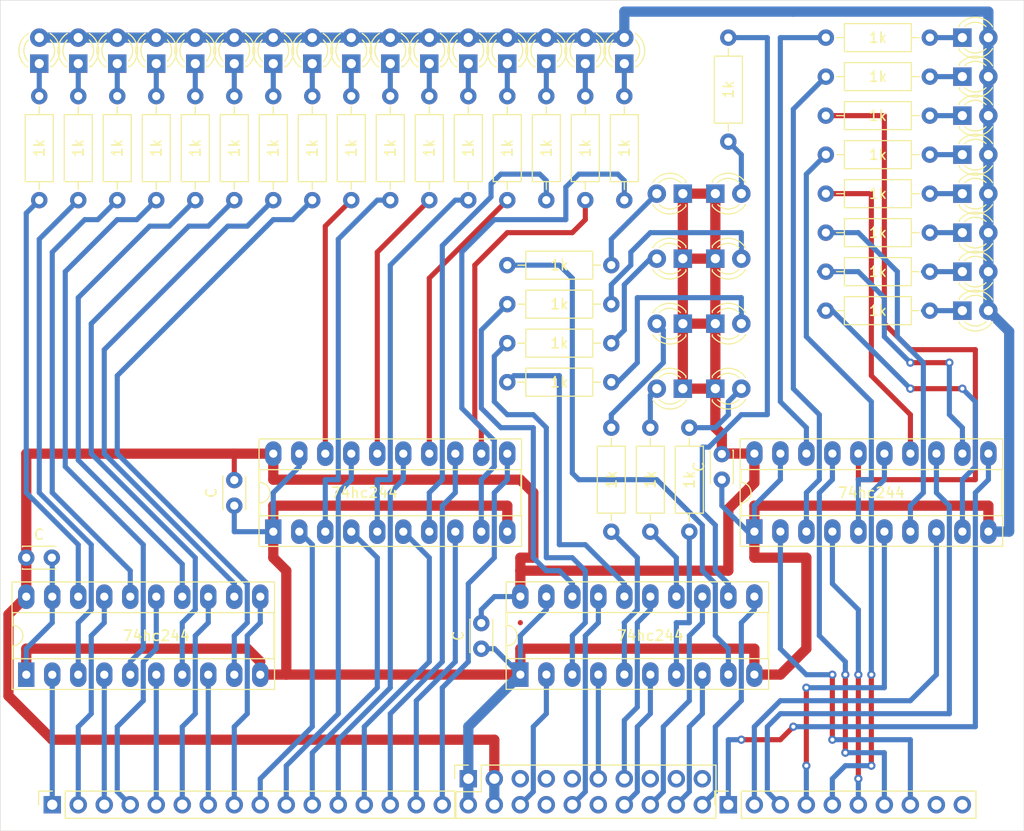
<source format=kicad_pcb>
(kicad_pcb (version 20211014) (generator pcbnew)
  (layers (0 "F.Cu" signal) (31 "B.Cu" signal) (34 "B.Paste" user) (35 "F.Paste" user) (36 "B.SilkS" user "B.Silkscreen") (37 "F.SilkS" user "F.Silkscreen") (38 "B.Mask" user) (39 "F.Mask" user) (44 "Edge.Cuts" user))
  (net 0 "")
  (footprint "LED_THT:LED_D3.0mm" (layer "F.Cu") (at 140.97 44.45 90)
    (fp_text reference "REF**" hide)
    (fp_text value "LED_D3.0mm" hide)
  )
  (footprint "LED_THT:LED_D3.0mm" (layer "F.Cu") (at 161.29 76.2)
    (fp_text reference "REF**" hide)
    (fp_text value "LED_D3.0mm" hide)
  )
  (footprint "LED_THT:LED_D3.0mm" (layer "F.Cu") (at 185.42 57.15)
    (fp_text reference "REF**" hide)
    (fp_text value "LED_D3.0mm" hide)
  )
  (footprint "Resistor_THT:R_Axial_DIN0207_L6.3mm_D2.5mm_P10.16mm_Horizontal" (layer "F.Cu") (at 114.3 47.625 -90)
    (fp_text reference "1k")
    (fp_text value "R_Axial_DIN0207_L6.3mm_D2.5mm_P10.16mm_Horizontal" hide)
  )
  (footprint "LED_THT:LED_D3.0mm" (layer "F.Cu") (at 102.87 44.45 90)
    (fp_text reference "REF**" hide)
    (fp_text value "LED_D3.0mm" hide)
  )
  (footprint "Resistor_THT:R_Axial_DIN0207_L6.3mm_D2.5mm_P10.16mm_Horizontal" (layer "F.Cu") (at 106.68 47.625 -90)
    (fp_text reference "1k")
    (fp_text value "R_Axial_DIN0207_L6.3mm_D2.5mm_P10.16mm_Horizontal" hide)
  )
  (footprint "Resistor_THT:R_Axial_DIN0207_L6.3mm_D2.5mm_P10.16mm_Horizontal" (layer "F.Cu") (at 172.085 49.53)
    (fp_text reference "1k")
    (fp_text value "R_Axial_DIN0207_L6.3mm_D2.5mm_P10.16mm_Horizontal" hide)
  )
  (footprint "LED_THT:LED_D3.0mm" (layer "F.Cu") (at 129.54 44.45 90)
    (fp_text reference "REF**" hide)
    (fp_text value "LED_D3.0mm" hide)
  )
  (footprint "LED_THT:LED_D3.0mm" (layer "F.Cu") (at 110.49 44.45 90)
    (fp_text reference "REF**" hide)
    (fp_text value "LED_D3.0mm" hide)
  )
  (footprint "Package_DIP:DIP-20_W7.62mm_Socket_LongPads" (layer "F.Cu") (at 165.105 90.16 90)
    (fp_text reference "74hc244")
    (fp_text value "DIP-20_W7.62mm_Socket_LongPads" hide)
  )
  (footprint "Capacitor_THT:C_Disc_D3.0mm_W2.0mm_P2.50mm" (layer "F.Cu") (at 138.43 101.6 90)
    (fp_text reference "C")
    (fp_text value "C_Disc_D3.0mm_W2.0mm_P2.50mm" hide)
  )
  (footprint "Resistor_THT:R_Axial_DIN0207_L6.3mm_D2.5mm_P10.16mm_Horizontal" (layer "F.Cu") (at 172.085 64.77)
    (fp_text reference "1k")
    (fp_text value "R_Axial_DIN0207_L6.3mm_D2.5mm_P10.16mm_Horizontal" hide)
  )
  (footprint "LED_THT:LED_D3.0mm" (layer "F.Cu") (at 185.42 41.91)
    (fp_text reference "REF**" hide)
    (fp_text value "LED_D3.0mm" hide)
  )
  (footprint "Resistor_THT:R_Axial_DIN0207_L6.3mm_D2.5mm_P10.16mm_Horizontal" (layer "F.Cu") (at 140.97 71.755)
    (fp_text reference "1k")
    (fp_text value "R_Axial_DIN0207_L6.3mm_D2.5mm_P10.16mm_Horizontal" hide)
  )
  (footprint "Resistor_THT:R_Axial_DIN0207_L6.3mm_D2.5mm_P10.16mm_Horizontal" (layer "F.Cu") (at 102.87 47.625 -90)
    (fp_text reference "1k")
    (fp_text value "R_Axial_DIN0207_L6.3mm_D2.5mm_P10.16mm_Horizontal" hide)
  )
  (footprint "LED_THT:LED_D3.0mm" (layer "F.Cu") (at 148.59 44.45 90)
    (fp_text reference "REF**" hide)
    (fp_text value "LED_D3.0mm" hide)
  )
  (footprint "LED_THT:LED_D3.0mm" (layer "F.Cu") (at 152.4 44.45 90)
    (fp_text reference "REF**" hide)
    (fp_text value "LED_D3.0mm" hide)
  )
  (footprint "LED_THT:LED_D3.0mm" (layer "F.Cu") (at 161.29 63.5)
    (fp_text reference "REF**" hide)
    (fp_text value "LED_D3.0mm" hide)
  )
  (footprint "Package_DIP:DIP-20_W7.62mm_Socket_LongPads" (layer "F.Cu") (at 93.98 104.14 90)
    (fp_text reference "74hc244")
    (fp_text value "DIP-20_W7.62mm_Socket_LongPads" hide)
  )
  (footprint "LED_THT:LED_D3.0mm" (layer "F.Cu") (at 118.11 44.45 90)
    (fp_text reference "REF**" hide)
    (fp_text value "LED_D3.0mm" hide)
  )
  (footprint "LED_THT:LED_D3.0mm" (layer "F.Cu") (at 99.06 44.45 90)
    (fp_text reference "REF**" hide)
    (fp_text value "LED_D3.0mm" hide)
  )
  (footprint "Connector_PinSocket_2.54mm:PinSocket_1x16_P2.54mm_Vertical" (layer "F.Cu") (at 96.52 116.84 90)
    (fp_text reference "REF**" hide)
    (fp_text value "PinSocket_1x16_P2.54mm_Vertical" hide)
  )
  (footprint "Package_DIP:DIP-20_W7.62mm_Socket_LongPads" (layer "F.Cu") (at 118.11 90.17 90)
    (fp_text reference "74hc244")
    (fp_text value "DIP-20_W7.62mm_Socket_LongPads" hide)
  )
  (footprint "Resistor_THT:R_Axial_DIN0207_L6.3mm_D2.5mm_P10.16mm_Horizontal" (layer "F.Cu") (at 140.97 75.565)
    (fp_text reference "1k")
    (fp_text value "R_Axial_DIN0207_L6.3mm_D2.5mm_P10.16mm_Horizontal" hide)
  )
  (footprint "Resistor_THT:R_Axial_DIN0207_L6.3mm_D2.5mm_P10.16mm_Horizontal" (layer "F.Cu") (at 172.085 60.96)
    (fp_text reference "1k")
    (fp_text value "R_Axial_DIN0207_L6.3mm_D2.5mm_P10.16mm_Horizontal" hide)
  )
  (footprint "Capacitor_THT:C_Disc_D3.0mm_W2.0mm_P2.50mm" (layer "F.Cu") (at 93.98 92.71)
    (fp_text reference "C")
    (fp_text value "C_Disc_D3.0mm_W2.0mm_P2.50mm" hide)
  )
  (footprint "Resistor_THT:R_Axial_DIN0207_L6.3mm_D2.5mm_P10.16mm_Horizontal" (layer "F.Cu") (at 110.49 47.625 -90)
    (fp_text reference "1k")
    (fp_text value "R_Axial_DIN0207_L6.3mm_D2.5mm_P10.16mm_Horizontal" hide)
  )
  (footprint "Resistor_THT:R_Axial_DIN0207_L6.3mm_D2.5mm_P10.16mm_Horizontal" (layer "F.Cu") (at 140.97 67.945)
    (fp_text reference "1k")
    (fp_text value "R_Axial_DIN0207_L6.3mm_D2.5mm_P10.16mm_Horizontal" hide)
  )
  (footprint "LED_THT:LED_D3.0mm" (layer "F.Cu") (at 185.42 60.96)
    (fp_text reference "REF**" hide)
    (fp_text value "LED_D3.0mm" hide)
  )
  (footprint "Resistor_THT:R_Axial_DIN0207_L6.3mm_D2.5mm_P10.16mm_Horizontal" (layer "F.Cu") (at 154.94 90.17 90)
    (fp_text reference "1k")
    (fp_text value "R_Axial_DIN0207_L6.3mm_D2.5mm_P10.16mm_Horizontal" hide)
  )
  (footprint "LED_THT:LED_D3.0mm" (layer "F.Cu") (at 133.35 44.45 90)
    (fp_text reference "REF**" hide)
    (fp_text value "LED_D3.0mm" hide)
  )
  (footprint "LED_THT:LED_D3.0mm" (layer "F.Cu") (at 185.42 49.53)
    (fp_text reference "REF**" hide)
    (fp_text value "LED_D3.0mm" hide)
  )
  (footprint "LED_THT:LED_D3.0mm" (layer "F.Cu") (at 185.42 64.77)
    (fp_text reference "REF**" hide)
    (fp_text value "LED_D3.0mm" hide)
  )
  (footprint "LED_THT:LED_D3.0mm" (layer "F.Cu") (at 185.42 45.72)
    (fp_text reference "REF**" hide)
    (fp_text value "LED_D3.0mm" hide)
  )
  (footprint "Resistor_THT:R_Axial_DIN0207_L6.3mm_D2.5mm_P10.16mm_Horizontal" (layer "F.Cu") (at 172.085 41.91)
    (fp_text reference "1k")
    (fp_text value "R_Axial_DIN0207_L6.3mm_D2.5mm_P10.16mm_Horizontal" hide)
  )
  (footprint "Resistor_THT:R_Axial_DIN0207_L6.3mm_D2.5mm_P10.16mm_Horizontal" (layer "F.Cu") (at 118.11 47.625 -90)
    (fp_text reference "1k")
    (fp_text value "R_Axial_DIN0207_L6.3mm_D2.5mm_P10.16mm_Horizontal" hide)
  )
  (footprint "Connector_PinSocket_2.54mm:PinSocket_2x10_P2.54mm_Vertical" (layer "F.Cu") (at 137.16 114.3 90)
    (fp_text reference "REF**" hide)
    (fp_text value "PinSocket_2x10_P2.54mm_Vertical" hide)
  )
  (footprint "LED_THT:LED_D3.0mm" (layer "F.Cu") (at 161.29 57.15)
    (fp_text reference "REF**" hide)
    (fp_text value "LED_D3.0mm" hide)
  )
  (footprint "LED_THT:LED_D3.0mm" (layer "F.Cu") (at 125.73 44.45 90)
    (fp_text reference "REF**" hide)
    (fp_text value "LED_D3.0mm" hide)
  )
  (footprint "Resistor_THT:R_Axial_DIN0207_L6.3mm_D2.5mm_P10.16mm_Horizontal" (layer "F.Cu") (at 125.73 47.625 -90)
    (fp_text reference "1k")
    (fp_text value "R_Axial_DIN0207_L6.3mm_D2.5mm_P10.16mm_Horizontal" hide)
  )
  (footprint "Resistor_THT:R_Axial_DIN0207_L6.3mm_D2.5mm_P10.16mm_Horizontal" (layer "F.Cu") (at 172.085 53.34)
    (fp_text reference "1k")
    (fp_text value "R_Axial_DIN0207_L6.3mm_D2.5mm_P10.16mm_Horizontal" hide)
  )
  (footprint "Resistor_THT:R_Axial_DIN0207_L6.3mm_D2.5mm_P10.16mm_Horizontal" (layer "F.Cu") (at 151.13 90.17 90)
    (fp_text reference "1k")
    (fp_text value "R_Axial_DIN0207_L6.3mm_D2.5mm_P10.16mm_Horizontal" hide)
  )
  (footprint "Resistor_THT:R_Axial_DIN0207_L6.3mm_D2.5mm_P10.16mm_Horizontal" (layer "F.Cu") (at 137.16 47.625 -90)
    (fp_text reference "1k")
    (fp_text value "R_Axial_DIN0207_L6.3mm_D2.5mm_P10.16mm_Horizontal" hide)
  )
  (footprint "Resistor_THT:R_Axial_DIN0207_L6.3mm_D2.5mm_P10.16mm_Horizontal" (layer "F.Cu") (at 162.56 52.07 90)
    (fp_text reference "1k")
    (fp_text value "R_Axial_DIN0207_L6.3mm_D2.5mm_P10.16mm_Horizontal" hide)
  )
  (footprint "Resistor_THT:R_Axial_DIN0207_L6.3mm_D2.5mm_P10.16mm_Horizontal" (layer "F.Cu") (at 158.75 90.17 90)
    (fp_text reference "1k")
    (fp_text value "R_Axial_DIN0207_L6.3mm_D2.5mm_P10.16mm_Horizontal" hide)
  )
  (footprint "Resistor_THT:R_Axial_DIN0207_L6.3mm_D2.5mm_P10.16mm_Horizontal" (layer "F.Cu") (at 172.085 57.15)
    (fp_text reference "1k")
    (fp_text value "R_Axial_DIN0207_L6.3mm_D2.5mm_P10.16mm_Horizontal" hide)
  )
  (footprint "LED_THT:LED_D3.0mm" (layer "F.Cu") (at 185.42 53.34)
    (fp_text reference "REF**" hide)
    (fp_text value "LED_D3.0mm" hide)
  )
  (footprint "LED_THT:LED_D3.0mm" (layer "F.Cu") (at 144.78 44.45 90)
    (fp_text reference "REF**" hide)
    (fp_text value "LED_D3.0mm" hide)
  )
  (footprint "LED_THT:LED_D3.0mm" (layer "F.Cu") (at 158.115 57.15 180)
    (fp_text reference "REF**" hide)
    (fp_text value "LED_D3.0mm" hide)
  )
  (footprint "LED_THT:LED_D3.0mm" (layer "F.Cu") (at 137.16 44.45 90)
    (fp_text reference "REF**" hide)
    (fp_text value "LED_D3.0mm" hide)
  )
  (footprint "Resistor_THT:R_Axial_DIN0207_L6.3mm_D2.5mm_P10.16mm_Horizontal" (layer "F.Cu") (at 121.92 47.625 -90)
    (fp_text reference "1k")
    (fp_text value "R_Axial_DIN0207_L6.3mm_D2.5mm_P10.16mm_Horizontal" hide)
  )
  (footprint "LED_THT:LED_D3.0mm" (layer "F.Cu") (at 114.3 44.45 90)
    (fp_text reference "REF**" hide)
    (fp_text value "LED_D3.0mm" hide)
  )
  (footprint "LED_THT:LED_D3.0mm" (layer "F.Cu") (at 158.115 76.2 180)
    (fp_text reference "REF**" hide)
    (fp_text value "LED_D3.0mm" hide)
  )
  (footprint "LED_THT:LED_D3.0mm" (layer "F.Cu") (at 161.29 69.85)
    (fp_text reference "REF**" hide)
    (fp_text value "LED_D3.0mm" hide)
  )
  (footprint "Resistor_THT:R_Axial_DIN0207_L6.3mm_D2.5mm_P10.16mm_Horizontal" (layer "F.Cu") (at 95.25 47.625 -90)
    (fp_text reference "1k")
    (fp_text value "R_Axial_DIN0207_L6.3mm_D2.5mm_P10.16mm_Horizontal" hide)
  )
  (footprint "Resistor_THT:R_Axial_DIN0207_L6.3mm_D2.5mm_P10.16mm_Horizontal" (layer "F.Cu") (at 129.54 47.625 -90)
    (fp_text reference "1k")
    (fp_text value "R_Axial_DIN0207_L6.3mm_D2.5mm_P10.16mm_Horizontal" hide)
  )
  (footprint "Resistor_THT:R_Axial_DIN0207_L6.3mm_D2.5mm_P10.16mm_Horizontal" (layer "F.Cu") (at 99.06 47.625 -90)
    (fp_text reference "1k")
    (fp_text value "R_Axial_DIN0207_L6.3mm_D2.5mm_P10.16mm_Horizontal" hide)
  )
  (footprint "LED_THT:LED_D3.0mm" (layer "F.Cu") (at 95.25 44.45 90)
    (fp_text reference "REF**" hide)
    (fp_text value "LED_D3.0mm" hide)
  )
  (footprint "LED_THT:LED_D3.0mm" (layer "F.Cu") (at 158.115 69.85 180)
    (fp_text reference "REF**" hide)
    (fp_text value "LED_D3.0mm" hide)
  )
  (footprint "Resistor_THT:R_Axial_DIN0207_L6.3mm_D2.5mm_P10.16mm_Horizontal" (layer "F.Cu") (at 152.4 47.625 -90)
    (fp_text reference "1k")
    (fp_text value "R_Axial_DIN0207_L6.3mm_D2.5mm_P10.16mm_Horizontal" hide)
  )
  (footprint "Resistor_THT:R_Axial_DIN0207_L6.3mm_D2.5mm_P10.16mm_Horizontal" (layer "F.Cu") (at 133.35 47.625 -90)
    (fp_text reference "1k")
    (fp_text value "R_Axial_DIN0207_L6.3mm_D2.5mm_P10.16mm_Horizontal" hide)
  )
  (footprint "Resistor_THT:R_Axial_DIN0207_L6.3mm_D2.5mm_P10.16mm_Horizontal" (layer "F.Cu") (at 148.59 47.625 -90)
    (fp_text reference "1k")
    (fp_text value "R_Axial_DIN0207_L6.3mm_D2.5mm_P10.16mm_Horizontal" hide)
  )
  (footprint "Resistor_THT:R_Axial_DIN0207_L6.3mm_D2.5mm_P10.16mm_Horizontal" (layer "F.Cu") (at 172.085 45.72)
    (fp_text reference "1k")
    (fp_text value "R_Axial_DIN0207_L6.3mm_D2.5mm_P10.16mm_Horizontal" hide)
  )
  (footprint "Capacitor_THT:C_Disc_D3.0mm_W2.0mm_P2.50mm" (layer "F.Cu") (at 161.925 85.09 90)
    (fp_text reference "C")
    (fp_text value "C_Disc_D3.0mm_W2.0mm_P2.50mm" hide)
  )
  (footprint "Connector_PinSocket_2.54mm:PinSocket_1x10_P2.54mm_Vertical" (layer "F.Cu") (at 162.56 116.84 90)
    (fp_text reference "REF**" hide)
    (fp_text value "PinSocket_1x10_P2.54mm_Vertical" hide)
  )
  (footprint "Capacitor_THT:C_Disc_D3.0mm_W2.0mm_P2.50mm" (layer "F.Cu") (at 114.3 87.63 90)
    (fp_text reference "C")
    (fp_text value "C_Disc_D3.0mm_W2.0mm_P2.50mm" hide)
  )
  (footprint "Resistor_THT:R_Axial_DIN0207_L6.3mm_D2.5mm_P10.16mm_Horizontal" (layer "F.Cu") (at 140.97 64.135)
    (fp_text reference "1k")
    (fp_text value "R_Axial_DIN0207_L6.3mm_D2.5mm_P10.16mm_Horizontal" hide)
  )
  (footprint "Resistor_THT:R_Axial_DIN0207_L6.3mm_D2.5mm_P10.16mm_Horizontal" (layer "F.Cu") (at 144.78 47.625 -90)
    (fp_text reference "1k")
    (fp_text value "R_Axial_DIN0207_L6.3mm_D2.5mm_P10.16mm_Horizontal" hide)
  )
  (footprint "LED_THT:LED_D3.0mm" (layer "F.Cu") (at 185.42 68.58)
    (fp_text reference "REF**" hide)
    (fp_text value "LED_D3.0mm" hide)
  )
  (footprint "Resistor_THT:R_Axial_DIN0207_L6.3mm_D2.5mm_P10.16mm_Horizontal" (layer "F.Cu") (at 140.97 47.625 -90)
    (fp_text reference "1k")
    (fp_text value "R_Axial_DIN0207_L6.3mm_D2.5mm_P10.16mm_Horizontal" hide)
  )
  (footprint "LED_THT:LED_D3.0mm" (layer "F.Cu") (at 158.115 63.5 180)
    (fp_text reference "REF**" hide)
    (fp_text value "LED_D3.0mm" hide)
  )
  (footprint "LED_THT:LED_D3.0mm" (layer "F.Cu") (at 121.92 44.45 90)
    (fp_text reference "REF**" hide)
    (fp_text value "LED_D3.0mm" hide)
  )
  (footprint "Package_DIP:DIP-20_W7.62mm_Socket_LongPads" (layer "F.Cu") (at 142.245 104.13 90)
    (fp_text reference "74hc244")
    (fp_text value "DIP-20_W7.62mm_Socket_LongPads" hide)
  )
  (footprint "Resistor_THT:R_Axial_DIN0207_L6.3mm_D2.5mm_P10.16mm_Horizontal" (layer "F.Cu") (at 172.085 68.58)
    (fp_text reference "1k")
    (fp_text value "R_Axial_DIN0207_L6.3mm_D2.5mm_P10.16mm_Horizontal" hide)
  )
  (footprint "LED_THT:LED_D3.0mm" (layer "F.Cu") (at 106.68 44.45 90)
    (fp_text reference "REF**" hide)
    (fp_text value "LED_D3.0mm" hide)
  )
  (gr_rect (start 91.44 38.26) (end 191.44 119.38) (layer "Edge.Cuts") (width 0.05) (fill none))
  (segment (start 165.105 82.54) (end 161.975 82.54) (width 1) (layer "F.Cu") (net 0))
  (segment (start 162.56 93.98) (end 142.25 93.98) (width 1) (layer "F.Cu") (net 0))
  (segment (start 119.38 93.98) (end 119.38 104.14) (width 1) (layer "F.Cu") (net 0))
  (segment (start 133.35 82.55) (end 133.35 65.405) (width 0.5) (layer "F.Cu") (net 0))
  (segment (start 165.105 82.54) (end 165.105 85.4025) (width 1) (layer "F.Cu") (net 0))
  (segment (start 165.105 90.16) (end 165.105 87.635) (width 1) (layer "F.Cu") (net 0))
  (segment (start 140.97 87.63) (end 140.97 90.17) (width 1) (layer "F.Cu") (net 0))
  (segment (start 180.34 76.2) (end 185.42 76.2) (width 0.5) (layer "F.Cu") (net 0))
  (segment (start 170.18 92.71) (end 165.1 92.71) (width 1) (layer "F.Cu") (net 0))
  (segment (start 158.115 69.85) (end 161.29 69.85) (width 1) (layer "F.Cu") (net 0))
  (segment (start 93.98 96.52) (end 93.98 82.55) (width 1) (layer "F.Cu") (net 0))
  (segment (start 123.19 82.55) (end 123.19 60.325) (width 0.5) (layer "F.Cu") (net 0))
  (segment (start 114.3 82.55) (end 118.11 82.55) (width 1) (layer "F.Cu") (net 0))
  (segment (start 161.925 80.645) (end 161.29 80.01) (width 1) (layer "F.Cu") (net 0))
  (segment (start 93.98 104.14) (end 93.98 101.6) (width 1) (layer "F.Cu") (net 0))
  (segment (start 142.245 101.605) (end 142.24 101.6) (width 0.5) (layer "F.Cu") (net 0))
  (segment (start 175.26 114.3) (end 175.26 105.41) (width 0.5) (layer "F.Cu") (net 0))
  (segment (start 143.51 86.36) (end 143.51 92.71) (width 1) (layer "F.Cu") (net 0))
  (segment (start 96.52 110.49) (end 139.7 110.49) (width 1) (layer "F.Cu") (net 0))
  (segment (start 173.99 111.76) (end 173.99 104.14) (width 0.5) (layer "F.Cu") (net 0))
  (segment (start 133.35 65.405) (end 140.97 57.785) (width 0.5) (layer "F.Cu") (net 0))
  (segment (start 93.98 101.6) (end 115.57 101.6) (width 1) (layer "F.Cu") (net 0))
  (segment (start 142.24 99.06) (end 142.245 99.055) (width 0.5) (layer "F.Cu") (net 0))
  (segment (start 139.7 110.49) (end 139.7 114.3) (width 1) (layer "F.Cu") (net 0))
  (segment (start 116.84 102.87) (end 116.84 104.14) (width 0.5) (layer "F.Cu") (net 0))
  (segment (start 142.245 92.715) (end 142.245 93.975) (width 1) (layer "F.Cu") (net 0))
  (segment (start 118.11 82.55) (end 118.11 85.09) (width 1) (layer "F.Cu") (net 0))
  (segment (start 176.53 74.93) (end 176.53 57.15) (width 0.5) (layer "F.Cu") (net 0))
  (segment (start 167.64 110.49) (end 168.91 109.22) (width 0.5) (layer "F.Cu") (net 0))
  (segment (start 142.245 93.975) (end 142.245 96.51) (width 1) (layer "F.Cu") (net 0))
  (segment (start 165.1 101.6) (end 165.105 101.605) (width 0.5) (layer "F.Cu") (net 0))
  (segment (start 158.115 63.5) (end 158.115 69.85) (width 1) (layer "F.Cu") (net 0))
  (segment (start 161.29 76.2) (end 161.29 69.85) (width 1) (layer "F.Cu") (net 0))
  (segment (start 170.18 105.41) (end 170.18 113.03) (width 0.5) (layer "F.Cu") (net 0))
  (segment (start 93.98 96.52) (end 92.24 98.26) (width 1) (layer "F.Cu") (net 0))
  (segment (start 158.115 57.15) (end 161.29 57.15) (width 1) (layer "F.Cu") (net 0))
  (segment (start 128.27 62.865) (end 133.35 57.785) (width 0.5) (layer "F.Cu") (net 0))
  (segment (start 180.34 72.39) (end 177.8 69.85) (width 0.5) (layer "F.Cu") (net 0))
  (segment (start 165.105 87.635) (end 165.1 87.63) (width 0.5) (layer "F.Cu") (net 0))
  (segment (start 180.345 78.745) (end 176.53 74.93) (width 0.5) (layer "F.Cu") (net 0))
  (segment (start 147.32 60.96) (end 148.59 59.69) (width 0.5) (layer "F.Cu") (net 0))
  (segment (start 180.345 82.54) (end 180.345 78.745) (width 0.5) (layer "F.Cu") (net 0))
  (segment (start 118.11 87.63) (end 140.97 87.63) (width 1) (layer "F.Cu") (net 0))
  (segment (start 128.27 82.55) (end 128.27 62.865) (width 0.5) (layer "F.Cu") (net 0))
  (segment (start 177.8 69.85) (end 177.8 49.53) (width 0.5) (layer "F.Cu") (net 0))
  (segment (start 123.19 60.325) (end 125.73 57.785) (width 0.5) (layer "F.Cu") (net 0))
  (segment (start 165.105 104.13) (end 167.65 104.13) (width 1) (layer "F.Cu") (net 0))
  (segment (start 165.1 87.63) (end 187.96 87.63) (width 1) (layer "F.Cu") (net 0))
  (segment (start 158.115 57.15) (end 158.115 63.5) (width 1) (layer "F.Cu") (net 0))
  (segment (start 140.97 60.96) (end 147.32 60.96) (width 0.5) (layer "F.Cu") (net 0))
  (segment (start 114.3 85.13) (end 114.3 82.55) (width 0.5) (layer "F.Cu") (net 0))
  (segment (start 142.24 101.6) (end 165.1 101.6) (width 1) (layer "F.Cu") (net 0))
  (segment (start 175.26 105.41) (end 175.26 104.14) (width 0.5) (layer "F.Cu") (net 0))
  (segment (start 176.53 57.15) (end 172.085 57.15) (width 0.5) (layer "F.Cu") (net 0))
  (segment (start 92.24 106.21) (end 96.52 110.49) (width 1) (layer "F.Cu") (net 0))
  (segment (start 186.69 72.39) (end 180.34 72.39) (width 0.5) (layer "F.Cu") (net 0))
  (segment (start 158.115 63.5) (end 161.29 63.5) (width 1) (layer "F.Cu") (net 0))
  (segment (start 161.925 82.59) (end 161.885 82.55) (width 0.5) (layer "F.Cu") (net 0))
  (segment (start 116.85 104.13) (end 116.84 104.14) (width 0.5) (layer "F.Cu") (net 0))
  (segment (start 118.11 90.17) (end 118.11 87.63) (width 1) (layer "F.Cu") (net 0))
  (segment (start 187.965 87.635) (end 187.965 90.16) (width 1) (layer "F.Cu") (net 0))
  (segment (start 175.265 85.085) (end 175.26 85.09) (width 0.5) (layer "F.Cu") (net 0))
  (segment (start 92.24 98.26) (end 92.24 106.21) (width 1) (layer "F.Cu") (net 0))
  (segment (start 118.11 92.71) (end 119.38 93.98) (width 1) (layer "F.Cu") (net 0))
  (segment (start 165.105 101.605) (end 165.105 104.13) (width 1) (layer "F.Cu") (net 0))
  (segment (start 175.26 85.09) (end 186.69 85.09) (width 0.5) (layer "F.Cu") (net 0))
  (segment (start 162.56 87.9475) (end 162.56 93.98) (width 1) (layer "F.Cu") (net 0))
  (segment (start 142.245 104.13) (end 142.245 101.605) (width 1) (layer "F.Cu") (net 0))
  (segment (start 163.83 110.49) (end 167.64 110.49) (width 0.5) (layer "F.Cu") (net 0))
  (segment (start 115.57 101.6) (end 116.84 102.87) (width 1) (layer "F.Cu") (net 0))
  (segment (start 142.25 93.98) (end 142.245 93.975) (width 1) (layer "F.Cu") (net 0))
  (segment (start 176.53 104.14) (end 176.53 113.03) (width 0.5) (layer "F.Cu") (net 0))
  (segment (start 119.38 104.14) (end 116.84 104.14) (width 0.5) (layer "F.Cu") (net 0))
  (segment (start 137.795 64.135) (end 140.97 60.96) (width 0.5) (layer "F.Cu") (net 0))
  (segment (start 180.34 73.66) (end 184.15 73.66) (width 0.5) (layer "F.Cu") (net 0))
  (segment (start 187.96 87.63) (end 187.965 87.635) (width 0.5) (layer "F.Cu") (net 0))
  (segment (start 161.925 82.59) (end 161.925 80.645) (width 1) (layer "F.Cu") (net 0))
  (segment (start 148.59 59.69) (end 148.59 57.785) (width 0.5) (layer "F.Cu") (net 0))
  (segment (start 118.11 90.17) (end 118.11 92.71) (width 1) (layer "F.Cu") (net 0))
  (segment (start 118.11 85.09) (end 142.24 85.09) (width 1) (layer "F.Cu") (net 0))
  (segment (start 142.245 104.13) (end 116.85 104.13) (width 1) (layer "F.Cu") (net 0))
  (segment (start 93.98 82.55) (end 114.3 82.55) (width 1) (layer "F.Cu") (net 0))
  (segment (start 161.29 80.01) (end 161.29 76.2) (width 1) (layer "F.Cu") (net 0))
  (segment (start 175.265 82.54) (end 175.265 85.085) (width 0.5) (layer "F.Cu") (net 0))
  (segment (start 170.18 101.6) (end 170.18 92.71) (width 1) (layer "F.Cu") (net 0))
  (segment (start 158.115 76.2) (end 161.29 76.2) (width 1) (layer "F.Cu") (net 0))
  (segment (start 142.24 85.09) (end 143.51 86.36) (width 1) (layer "F.Cu") (net 0))
  (segment (start 142.24 92.71) (end 142.245 92.715) (width 0.5) (layer "F.Cu") (net 0))
  (segment (start 161.29 63.5) (end 161.29 57.15) (width 1) (layer "F.Cu") (net 0))
  (segment (start 186.69 85.09) (end 186.69 72.39) (width 0.5) (layer "F.Cu") (net 0))
  (segment (start 138.43 80.01) (end 137.795 79.375) (width 0.5) (layer "F.Cu") (net 0))
  (segment (start 165.1 92.71) (end 165.105 92.705) (width 0.5) (layer "F.Cu") (net 0))
  (segment (start 143.51 92.71) (end 142.24 92.71) (width 1) (layer "F.Cu") (net 0))
  (segment (start 161.975 82.54) (end 161.925 82.59) (width 1) (layer "F.Cu") (net 0))
  (segment (start 138.43 82.55) (end 138.43 80.01) (width 0.5) (layer "F.Cu") (net 0))
  (segment (start 167.65 104.13) (end 170.18 101.6) (width 1) (layer "F.Cu") (net 0))
  (segment (start 161.29 69.85) (end 161.29 63.5) (width 1) (layer "F.Cu") (net 0))
  (segment (start 165.105 92.705) (end 165.105 90.16) (width 1) (layer "F.Cu") (net 0))
  (segment (start 158.115 69.85) (end 158.115 76.2) (width 1) (layer "F.Cu") (net 0))
  (segment (start 165.105 85.4025) (end 162.56 87.9475) (width 1) (layer "F.Cu") (net 0))
  (segment (start 177.8 49.53) (end 172.085 49.53) (width 0.5) (layer "F.Cu") (net 0))
  (segment (start 137.795 79.375) (end 137.795 64.135) (width 0.5) (layer "F.Cu") (net 0))
  (segment (start 172.72 110.49) (end 172.72 104.14) (width 0.5) (layer "F.Cu") (net 0))
  (via (at 170.18 113.03) (size 0.8) (drill 0.4) (layers "F.Cu" "B.Cu") (net 0))
  (via (at 180.34 76.2) (size 0.8) (drill 0.4) (layers "F.Cu" "B.Cu") (net 0))
  (via (at 180.34 73.66) (size 0.8) (drill 0.4) (layers "F.Cu" "B.Cu") (net 0))
  (via (at 172.72 110.49) (size 0.8) (drill 0.4) (layers "F.Cu" "B.Cu") (net 0))
  (via (at 172.72 104.14) (size 0.8) (drill 0.4) (layers "F.Cu" "B.Cu") (net 0))
  (via (at 176.53 113.03) (size 0.8) (drill 0.4) (layers "F.Cu" "B.Cu") (net 0))
  (via (at 173.99 111.76) (size 0.8) (drill 0.4) (layers "F.Cu" "B.Cu") (net 0))
  (via (at 175.26 104.14) (size 0.8) (drill 0.4) (layers "F.Cu" "B.Cu") (net 0))
  (via (at 185.42 76.2) (size 0.8) (drill 0.4) (layers "F.Cu" "B.Cu") (net 0))
  (via (at 176.53 104.14) (size 0.8) (drill 0.4) (layers "F.Cu" "B.Cu") (net 0))
  (via (at 180.34 76.2) (size 0.8) (drill 0.4) (layers "F.Cu" "B.Cu") (net 0))
  (via (at 184.15 73.66) (size 0.8) (drill 0.4) (layers "F.Cu" "B.Cu") (net 0))
  (via (at 173.99 104.14) (size 0.8) (drill 0.4) (layers "F.Cu" "B.Cu") (net 0))
  (via (at 175.26 114.3) (size 0.8) (drill 0.4) (layers "F.Cu" "B.Cu") (net 0))
  (via (at 170.18 105.41) (size 0.8) (drill 0.4) (layers "F.Cu" "B.Cu") (net 0))
  (via (at 163.83 110.49) (size 0.8) (drill 0.4) (layers "F.Cu" "B.Cu") (net 0))
  (via (at 168.91 109.22) (size 0.8) (drill 0.4) (layers "F.Cu" "B.Cu") (net 0))
  (segment (start 151.13 78.74) (end 156.21 73.66) (width 0.5) (layer "B.Cu") (net 0))
  (segment (start 177.8 71.12) (end 177.8 67.31) (width 0.5) (layer "B.Cu") (net 0))
  (segment (start 96.52 99.06) (end 96.52 96.52) (width 0.5) (layer "B.Cu") (net 0))
  (segment (start 153.67 92.71) (end 151.13 90.17) (width 0.5) (layer "B.Cu") (net 0))
  (segment (start 163.83 67.31) (end 163.83 69.85) (width 0.5) (layer "B.Cu") (net 0))
  (segment (start 149.86 114.3) (end 149.865 114.295) (width 0.5) (layer "B.Cu") (net 0))
  (segment (start 172.72 110.49) (end 180.34 110.49) (width 0.5) (layer "B.Cu") (net 0))
  (segment (start 97.79 83.82) (end 105.41 91.44) (width 0.5) (layer "B.Cu") (net 0))
  (segment (start 96.52 96.52) (end 96.52 92.75) (width 0.5) (layer "B.Cu") (net 0))
  (segment (start 167.645 101.605) (end 167.645 90.16) (width 0.5) (layer "B.Cu") (net 0))
  (segment (start 138.43 97.79) (end 139.71 96.51) (width 0.5) (layer "B.Cu") (net 0))
  (segment (start 167.645 85.085) (end 167.645 82.54) (width 0.5) (layer "B.Cu") (net 0))
  (segment (start 134.62 102.87) (end 129.54 107.95) (width 0.5) (layer "B.Cu") (net 0))
  (segment (start 166.37 41.91) (end 162.56 41.91) (width 0.5) (layer "B.Cu") (net 0))
  (segment (start 93.98 59.055) (end 95.25 57.785) (width 0.5) (layer "B.Cu") (net 0))
  (segment (start 172.085 53.34) (end 170.18 55.245) (width 0.5) (layer "B.Cu") (net 0))
  (segment (start 166.37 78.74) (end 166.37 41.91) (width 0.5) (layer "B.Cu") (net 0))
  (segment (start 147.32 92.71) (end 148.59 93.98) (width 0.5) (layer "B.Cu") (net 0))
  (segment (start 168.91 76.2) (end 171.45 78.74) (width 0.5) (layer "B.Cu") (net 0))
  (segment (start 187.96 39.37) (end 187.96 41.91) (width 1) (layer "B.Cu") (net 0))
  (segment (start 95.25 41.91) (end 99.06 41.91) (width 1) (layer "B.Cu") (net 0))
  (segment (start 182.245 49.53) (end 185.42 49.53) (width 0.5) (layer "B.Cu") (net 0))
  (segment (start 149.865 114.295) (end 149.865 104.13) (width 0.5) (layer "B.Cu") (net 0))
  (segment (start 147.955 85.09) (end 147.32 84.455) (width 0.5) (layer "B.Cu") (net 0))
  (segment (start 144.78 80.01) (end 144.78 92.71) (width 0.5) (layer "B.Cu") (net 0))
  (segment (start 185.425 85.095) (end 185.425 90.16) (width 0.5) (layer "B.Cu") (net 0))
  (segment (start 136.525 78.105) (end 136.525 62.865) (width 0.5) (layer "B.Cu") (net 0))
  (segment (start 134.62 105.41) (end 137.16 102.87) (width 0.5) (layer "B.Cu") (net 0))
  (segment (start 100.33 100.33) (end 101.6 99.06) (width 0.5) (layer "B.Cu") (net 0))
  (segment (start 104.775 59.69) (end 102.87 59.69) (width 0.5) (layer "B.Cu") (net 0))
  (segment (start 93.98 104.14) (end 93.98 101.6) (width 0.5) (layer "B.Cu") (net 0))
  (segment (start 153.67 109.22) (end 154.945 107.945) (width 0.5) (layer "B.Cu") (net 0))
  (segment (start 137.16 41.91) (end 140.97 41.91) (width 1) (layer "B.Cu") (net 0))
  (segment (start 151.13 75.565) (end 151.765 75.565) (width 0.5) (layer "B.Cu") (net 0))
  (segment (start 118.11 90.17) (end 118.11 86.36) (width 0.5) (layer "B.Cu") (net 0))
  (segment (start 182.885 86.365) (end 184.15 87.63) (width 0.5) (layer "B.Cu") (net 0))
  (segment (start 129.54 105.41) (end 129.54 86.36) (width 0.5) (layer "B.Cu") (net 0))
  (segment (start 142.245 100.335) (end 142.24 100.33) (width 0.5) (layer "B.Cu") (net 0))
  (segment (start 163.83 78.74) (end 166.37 78.74) (width 0.5) (layer "B.Cu") (net 0))
  (segment (start 106.68 47.625) (end 106.68 44.45) (width 0.5) (layer "B.Cu") (net 0))
  (segment (start 143.51 115.57) (end 143.51 109.22) (width 0.5) (layer "B.Cu") (net 0))
  (segment (start 110.49 107.95) (end 110.49 100.33) (width 0.5) (layer "B.Cu") (net 0))
  (segment (start 180.345 87.625) (end 181.61 86.36) (width 0.5) (layer "B.Cu") (net 0))
  (segment (start 147.325 100.335) (end 147.325 104.13) (width 0.5) (layer "B.Cu") (net 0))
  (segment (start 189.98 90.16) (end 187.965 90.16) (width 1) (layer "B.Cu") (net 0))
  (segment (start 129.54 47.625) (end 129.54 44.45) (width 0.5) (layer "B.Cu") (net 0))
  (segment (start 181.61 73.66) (end 179.07 71.12) (width 0.5) (layer "B.Cu") (net 0))
  (segment (start 135.89 82.55) (end 135.89 86.36) (width 0.5) (layer "B.Cu") (net 0))
  (segment (start 107.95 60.325) (end 110.49 57.785) (width 0.5) (layer "B.Cu") (net 0))
  (segment (start 182.885 90.16) (end 182.885 104.135) (width 0.5) (layer "B.Cu") (net 0))
  (segment (start 135.89 102.87) (end 135.89 90.17) (width 0.5) (layer "B.Cu") (net 0))
  (segment (start 170.185 86.355) (end 170.185 90.16) (width 0.5) (layer "B.Cu") (net 0))
  (segment (start 167.64 107.95) (end 166.37 109.22) (width 0.5) (layer "B.Cu") (net 0))
  (segment (start 105.41 91.44) (end 105.41 101.6) (width 0.5) (layer "B.Cu") (net 0))
  (segment (start 120.015 59.69) (end 121.92 57.785) (width 0.5) (layer "B.Cu") (net 0))
  (segment (start 165.1 87.63) (end 167.645 85.085) (width 0.5) (layer "B.Cu") (net 0))
  (segment (start 99.695 59.69) (end 100.965 59.69) (width 0.5) (layer "B.Cu") (net 0))
  (segment (start 124.46 110.49) (end 129.54 105.41) (width 0.5) (layer "B.Cu") (net 0))
  (segment (start 157.485 104.13) (end 157.485 99.065) (width 0.5) (layer "B.Cu") (net 0))
  (segment (start 99.06 109.22) (end 100.33 107.95) (width 0.5) (layer "B.Cu") (net 0))
  (segment (start 152.405 99.065) (end 152.4 99.06) (width 0.5) (layer "B.Cu") (net 0))
  (segment (start 167.64 41.91) (end 172.085 41.91) (width 0.5) (layer "B.Cu") (net 0))
  (segment (start 144.78 93.98) (end 143.51 92.71) (width 0.5) (layer "B.Cu") (net 0))
  (segment (start 171.45 78.74) (end 171.45 85.09) (width 0.5) (layer "B.Cu") (net 0))
  (segment (start 165.105 97.785) (end 165.105 96.51) (width 0.5) (layer "B.Cu") (net 0))
  (segment (start 142.24 100.33) (end 144.785 97.785) (width 0.5) (layer "B.Cu") (net 0))
  (segment (start 102.87 82.55) (end 102.87 74.93) (width 0.5) (layer "B.Cu") (net 0))
  (segment (start 124.46 86.36) (end 125.73 85.09) (width 0.5) (layer "B.Cu") (net 0))
  (segment (start 119.38 116.84) (end 119.38 113.03) (width 0.5) (layer "B.Cu") (net 0))
  (segment (start 153.035 62.865) (end 153.035 64.135) (width 0.5) (layer "B.Cu") (net 0))
  (segment (start 142.245 104.13) (end 142.245 100.335) (width 0.5) (layer "B.Cu") (net 0))
  (segment (start 99.06 47.625) (end 99.06 44.45) (width 0.5) (layer "B.Cu") (net 0))
  (segment (start 97.79 64.77) (end 97.79 83.82) (width 0.5) (layer "B.Cu") (net 0))
  (segment (start 106.68 96.52) (end 106.68 101.6) (width 0.5) (layer "B.Cu") (net 0))
  (segment (start 160.655 81.915) (end 163.83 78.74) (width 0.5) (layer "B.Cu") (net 0))
  (segment (start 172.725 95.255) (end 172.725 90.16) (width 0.5) (layer "B.Cu") (net 0))
  (segment (start 115.57 99.06) (end 115.57 95.25) (width 0.5) (layer "B.Cu") (net 0))
  (segment (start 157.48 99.06) (end 158.75 99.06) (width 0.5) (layer "B.Cu") (net 0))
  (segment (start 118.11 41.91) (end 121.92 41.91) (width 1) (layer "B.Cu") (net 0))
  (segment (start 152.4 108.585) (end 153.67 107.315) (width 0.5) (layer "B.Cu") (net 0))
  (segment (start 118.11 47.625) (end 118.11 44.45) (width 0.5) (layer "B.Cu") (net 0))
  (segment (start 137.16 102.87) (end 137.16 95.25) (width 0.5) (layer "B.Cu") (net 0))
  (segment (start 152.4 116.84) (end 153.67 115.57) (width 0.5) (layer "B.Cu") (net 0))
  (segment (start 152.4 47.625) (end 152.4 44.45) (width 0.5) (layer "B.Cu") (net 0))
  (segment (start 116.84 99.06) (end 116.84 96.52) (width 0.5) (layer "B.Cu") (net 0))
  (segment (start 165.1 109.22) (end 165.1 116.84) (width 0.5) (layer "B.Cu") (net 0))
  (segment (start 180.34 110.49) (end 180.34 116.84) (width 0.5) (layer "B.Cu") (net 0))
  (segment (start 119.38 113.03) (end 124.46 107.95) (width 0.5) (layer "B.Cu") (net 0))
  (segment (start 160.025 99.055) (end 160.025 96.51) (width 0.5) (layer "B.Cu") (net 0))
  (segment (start 161.29 100.33) (end 161.29 95.25) (width 0.5) (layer "B.Cu") (net 0))
  (segment (start 157.485 92.715) (end 157.485 96.51) (width 0.5) (layer "B.Cu") (net 0))
  (segment (start 162.56 116.84) (end 162.56 110.49) (width 0.5) (layer "B.Cu") (net 0))
  (segment (start 118.11 57.785) (end 115.57 60.325) (width 0.5) (layer "B.Cu") (net 0))
  (segment (start 161.29 80.01) (end 162.56 78.74) (width 0.5) (layer "B.Cu") (net 0))
  (segment (start 143.51 109.22) (end 144.785 107.945) (width 0.5) (layer "B.Cu") (net 0))
  (segment (start 125.73 41.91) (end 129.54 41.91) (width 1) (layer "B.Cu") (net 0))
  (segment (start 146.05 74.93) (end 141.605 74.93) (width 0.5) (layer "B.Cu") (net 0))
  (segment (start 173.99 102.87) (end 173.99 104.14) (width 0.5) (layer "B.Cu") (net 0))
  (segment (start 133.35 41.91) (end 137.16 41.91) (width 1) (layer "B.Cu") (net 0))
  (segment (start 102.87 109.22) (end 102.87 115.57) (width 0.5) (layer "B.Cu") (net 0))
  (segment (start 152.4 41.91) (end 152.4 39.37) (width 1) (layer "B.Cu") (net 0))
  (segment (start 140.97 78.74) (end 143.51 78.74) (width 0.5) (layer "B.Cu") (net 0))
  (segment (start 175.26 116.84) (end 175.26 114.3) (width 0.5) (layer "B.Cu") (net 0))
  (segment (start 121.92 47.625) (end 121.92 44.45) (width 0.5) (layer "B.Cu") (net 0))
  (segment (start 110.49 44.45) (end 110.49 47.625) (width 0.5) (layer "B.Cu") (net 0))
  (segment (start 161.925 87.63) (end 161.925 85.09) (width 0.5) (layer "B.Cu") (net 0))
  (segment (start 128.27 105.41) (end 128.27 92.71) (width 0.5) (layer "B.Cu") (net 0))
  (segment (start 184.15 107.95) (end 167.64 107.95) (width 0.5) (layer "B.Cu") (net 0))
  (segment (start 176.53 86.36) (end 177.805 85.085) (width 0.5) (layer "B.Cu") (net 0))
  (segment (start 148.59 115.57) (end 148.59 100.33) (width 0.5) (layer "B.Cu") (net 0))
  (segment (start 102.87 74.93) (end 118.11 59.69) (width 0.5) (layer "B.Cu") (net 0))
  (segment (start 152.4 70.485) (end 152.4 66.04) (width 0.5) (layer "B.Cu") (net 0))
  (segment (start 102.87 115.57) (end 104.14 116.84) (width 0.5) (layer "B.Cu") (net 0))
  (segment (start 114.3 104.14) (end 114.3 100.33) (width 0.5) (layer "B.Cu") (net 0))
  (segment (start 172.72 68.58) (end 171.45 68.58) (width 0.5) (layer "B.Cu") (net 0))
  (segment (start 106.68 101.6) (end 105.41 102.87) (width 0.5) (layer "B.Cu") (net 0))
  (segment (start 105.41 101.6) (end 104.14 102.87) (width 0.5) (layer "B.Cu") (net 0))
  (segment (start 116.84 114.3) (end 116.84 116.84) (width 0.5) (layer "B.Cu") (net 0))
  (segment (start 177.8 111.76) (end 173.99 111.76) (width 0.5) (layer "B.Cu") (net 0))
  (segment (start 140.335 55.245) (end 144.145 55.245) (width 0.5) (layer "B.Cu") (net 0))
  (segment (start 99.06 99.06) (end 100.33 97.79) (width 0.5) (layer "B.Cu") (net 0))
  (segment (start 154.94 60.96) (end 153.035 62.865) (width 0.5) (layer "B.Cu") (net 0))
  (segment (start 172.725 82.54) (end 172.725 85.085) (width 0.5) (layer "B.Cu") (net 0))
  (segment (start 171.45 85.09) (end 170.185 86.355) (width 0.5) (layer "B.Cu") (net 0))
  (segment (start 179.07 71.12) (end 179.07 64.77) (width 0.5) (layer "B.Cu") (net 0))
  (segment (start 118.11 90.17) (end 114.3 90.17) (width 0.5) (layer "B.Cu") (net 0))
  (segment (start 144.78 92.71) (end 147.32 92.71) (width 0.5) (layer "B.Cu") (net 0))
  (segment (start 132.08 106.68) (end 135.89 102.87) (width 0.5) (layer "B.Cu") (net 0))
  (segment (start 181.61 86.36) (end 181.61 73.66) (width 0.5) (layer "B.Cu") (net 0))
  (segment (start 186.69 83.82) (end 185.42 85.09) (width 0.5) (layer "B.Cu") (net 0))
  (segment (start 187.96 68.58) (end 189.99 70.61) (width 1) (layer "B.Cu") (net 0))
  (segment (start 182.245 41.91) (end 185.42 41.91) (width 0.5) (layer "B.Cu") (net 0))
  (segment (start 129.54 107.95) (end 129.54 116.84) (width 0.5) (layer "B.Cu") (net 0))
  (segment (start 100.33 107.95) (end 100.33 100.33) (width 0.5) (layer "B.Cu") (net 0))
  (segment (start 135.89 57.785) (end 137.16 57.785) (width 0.5) (layer "B.Cu") (net 0))
  (segment (start 106.68 41.91) (end 110.49 41.91) (width 1) (layer "B.Cu") (net 0))
  (segment (start 109.22 104.14) (end 109.22 99.06) (width 0.5) (layer "B.Cu") (net 0))
  (segment (start 115.57 60.325) (end 113.665 60.325) (width 0.5) (layer "B.Cu") (net 0))
  (segment (start 156.21 70.485) (end 155.575 69.85) (width 0.5) (layer "B.Cu") (net 0))
  (segment (start 182.885 82.54) (end 182.885 86.365) (width 0.5) (layer "B.Cu") (net 0))
  (segment (start 133.35 102.87) (end 127 109.22) (width 0.5) (layer "B.Cu") (net 0))
  (segment (start 138.43 78.105) (end 138.43 70.485) (width 0.5) (layer "B.Cu") (net 0))
  (segment (start 128.27 90.17) (end 128.27 85.09) (width 0.5) (layer "B.Cu") (net 0))
  (segment (start 129.54 86.36) (end 130.81 85.09) (width 0.5) (layer "B.Cu") (net 0))
  (segment (start 138.43 70.485) (end 140.97 67.945) (width 0.5) (layer "B.Cu") (net 0))
  (segment (start 162.565 95.255) (end 161.29 93.98) (width 0.5) (layer "B.Cu") (net 0))
  (segment (start 93.98 101.6) (end 96.52 99.06) (width 0.5) (layer "B.Cu") (net 0))
  (segment (start 102.87 41.91) (end 106.68 41.91) (width 1) (layer "B.Cu") (net 0))
  (segment (start 151.13 61.595) (end 151.13 64.135) (width 0.5) (layer "B.Cu") (net 0))
  (segment (start 154.94 63.5) (end 155.575 63.5) (width 0.5) (layer "B.Cu") (net 0))
  (segment (start 175.265 85.095) (end 175.265 90.16) (width 0.5) (layer "B.Cu") (net 0))
  (segment (start 111.76 60.325) (end 114.3 57.785) (width 0.5) (layer "B.Cu") (net 0))
  (segment (start 121.92 91.44) (end 121.92 109.22) (width 0.5) (layer "B.Cu") (net 0))
  (segment (start 110.49 41.91) (end 114.3 41.91) (width 1) (layer "B.Cu") (net 0))
  (segment (start 128.27 57.785) (end 129.54 57.785) (width 0.5) (layer "B.Cu") (net 0))
  (segment (start 100.33 69.85) (end 109.855 60.325) (width 0.5) (layer "B.Cu") (net 0))
  (segment (start 99.06 67.31) (end 106.045 60.325) (width 0.5) (layer "B.Cu") (net 0))
  (segment (start 109.22 116.84) (end 109.22 109.22) (width 0.5) (layer "B.Cu") (net 0))
  (segment (start 109.22 96.52) (end 109.22 93.345) (width 0.5) (layer "B.Cu") (net 0))
  (segment (start 156.21 109.22) (end 158.75 106.68) (width 0.5) (layer "B.Cu") (net 0))
  (segment (start 124.46 61.595) (end 128.27 57.785) (width 0.5) (layer "B.Cu") (net 0))
  (segment (start 110.49 97.79) (end 110.49 92.71) (width 0.5) (layer "B.Cu") (net 0))
  (segment (start 101.6 99.06) (end 101.6 96.52) (width 0.5) (layer "B.Cu") (net 0))
  (segment (start 128.27 85.09) (end 129.54 85.09) (width 0.5) (layer "B.Cu") (net 0))
  (segment (start 186.69 86.36) (end 187.965 85.085) (width 0.5) (layer "B.Cu") (net 0))
  (segment (start 143.51 92.71) (end 143.51 80.01) (width 0.5) (layer "B.Cu") (net 0))
  (segment (start 161.29 89.535) (end 160.02 88.265) (width 0.5) (layer "B.Cu") (net 0))
  (segment (start 148.59 41.91) (end 152.4 41.91) (width 1) (layer "B.Cu") (net 0))
  (segment (start 113.665 60.325) (end 101.6 72.39) (width 0.5) (layer "B.Cu") (net 0))
  (segment (start 130.81 85.09) (end 130.81 82.55) (width 0.5) (layer "B.Cu") (net 0))
  (segment (start 175.26 97.79) (end 172.725 95.255) (width 0.5) (layer "B.Cu") (net 0))
  (segment (start 152.4 66.04) (end 154.94 63.5) (width 0.5) (layer "B.Cu") (net 0))
  (segment (start 101.6 116.84) (end 101.6 104.14) (width 0.5) (layer "B.Cu") (net 0))
  (segment (start 111.76 104.14) (end 111.76 116.84) (width 0.5) (layer "B.Cu") (net 0))
  (segment (start 151.13 71.755) (end 152.4 70.485) (width 0.5) (layer "B.Cu") (net 0))
  (segment (start 137.16 95.25) (end 139.7 92.71) (width 0.5) (layer "B.Cu") (net 0))
  (segment (start 147.32 100.33) (end 147.325 100.335) (width 0.5) (layer "B.Cu") (net 0))
  (segment (start 160.02 88.265) (end 160.02 81.915) (width 0.5) (layer "B.Cu") (net 0))
  (segment (start 115.57 107.95) (end 115.57 100.33) (width 0.5) (layer "B.Cu") (net 0))
  (segment (start 109.22 99.06) (end 110.49 97.79) (width 0.5) (layer "B.Cu") (net 0))
  (segment (start 170.18 116.84) (end 170.18 113.03) (width 0.5) (layer "B.Cu") (net 0))
  (segment (start 118.11 86.36) (end 120.65 83.82) (width 0.5) (layer "B.Cu") (net 0))
  (segment (start 184.15 87.63) (end 184.15 107.95) (width 0.5) (layer "B.Cu") (net 0))
  (segment (start 186.69 109.22) (end 186.69 86.36) (width 0.5) (layer "B.Cu") (net 0))
  (segment (start 139.7 81.28) (end 136.525 78.105) (width 0.5) (layer "B.Cu") (net 0))
  (segment (start 170.18 55.245) (end 170.18 71.12) (width 0.5) (layer "B.Cu") (net 0))
  (segment (start 163.83 99.06) (end 165.105 97.785) (width 0.5) (layer "B.Cu") (net 0))
  (segment (start 184.15 78.74) (end 185.425 80.015) (width 0.5) (layer "B.Cu") (net 0))
  (segment (start 124.46 116.84) (end 124.46 110.49) (width 0.5) (layer "B.Cu") (net 0))
  (segment (start 173.99 113.03) (end 172.72 114.3) (width 0.5) (layer "B.Cu") (net 0))
  (segment (start 138.43 90.17) (end 138.43 85.09) (width 0.5) (layer "B.Cu") (net 0))
  (segment (start 168.91 39.37) (end 187.96 39.37) (width 1) (layer "B.Cu") (net 0))
  (segment (start 144.78 41.91) (end 148.59 41.91) (width 1) (layer "B.Cu") (net 0))
  (segment (start 105.41 106.68) (end 102.87 109.22) (width 0.5) (layer "B.Cu") (net 0))
  (segment (start 138.43 99.1) (end 138.43 97.79) (width 0.5) (layer "B.Cu") (net 0))
  (segment (start 101.6 72.39) (end 101.6 82.55) (width 0.5) (layer "B.Cu") (net 0))
  (segment (start 151.765 75.565) (end 153.67 73.66) (width 0.5) (layer "B.Cu") (net 0))
  (segment (start 139.715 101.6) (end 142.245 104.13) (width 0.5) (layer "B.Cu") (net 0))
  (segment (start 182.245 60.96) (end 185.42 60.96) (width 0.5) (layer "B.Cu") (net 0))
  (segment (start 100.33 82.55) (end 100.33 69.85) (width 0.5) (layer "B.Cu") (net 0))
  (segment (start 163.83 60.96) (end 154.94 60.96) (width 0.5) (layer "B.Cu") (net 0))
  (segment (start 154.94 80.01) (end 154.94 76.835) (width 0.5) (layer "B.Cu") (net 0))
  (segment (start 139.7 116.84) (end 139.7 114.3) (width 1) (layer "B.Cu") (net 0))
  (segment (start 147.325 96.51) (end 147.325 95.255) (width 0.5) (layer "B.Cu") (net 0))
  (segment (start 180.345 90.16) (end 180.345 87.625) (width 0.5) (layer "B.Cu") (net 0))
  (segment (start 100.33 91.44) (end 95.25 86.36) (width 0.5) (layer "B.Cu") (net 0))
  (segment (start 140.97 85.09) (end 140.97 82.55) (width 0.5) (layer "B.Cu") (net 0))
  (segment (start 177.8 105.41) (end 177.8 90.165) (width 0.5) (layer "B.Cu") (net 0))
  (segment (start 93.98 86.36) (end 93.98 59.055) (width 0.5) (layer "B.Cu") (net 0))
  (segment (start 151.13 80.01) (end 151.13 78.74) (width 0.5) (layer "B.Cu") (net 0))
  (segment (start 144.78 47.625) (end 144.78 44.45) (width 0.5) (layer "B.Cu") (net 0))
  (segment (start 187.965 85.085) (end 187.965 82.54) (width 0.5) (layer "B.Cu") (net 0))
  (segment (start 153.67 73.66) (end 153.67 67.31) (width 0.5) (layer "B.Cu") (net 0))
  (segment (start 139.7 73.025) (end 139.7 77.47) (width 0.5) (layer "B.Cu") (net 0))
  (segment (start 99.06 41.91) (end 102.87 41.91) (width 1) (layer "B.Cu") (net 0))
  (segment (start 125.73 47.625) (end 125.73 44.45) (width 0.5) (layer "B.Cu") (net 0))
  (segment (start 110.49 92.71) (end 100.33 82.55) (width 0.5) (layer "B.Cu") (net 0))
  (segment (start 136.525 62.865) (end 139.7 59.69) (width 0.5) (layer "B.Cu") (net 0))
  (segment (start 99.06 96.52) (end 99.06 91.44) (width 0.5) (layer "B.Cu") (net 0))
  (segment (start 133.35 92.71) (end 133.35 102.87) (width 0.5) (layer "B.Cu") (net 0))
  (segment (start 182.245 53.34) (end 185.42 53.34) (width 0.5) (layer "B.Cu") (net 0))
  (segment (start 154.945 107.945) (end 154.945 104.13) (width 0.5) (layer "B.Cu") (net 0))
  (segment (start 110.49 100.33) (end 111.76 99.06) (width 0.5) (layer "B.Cu") (net 0))
  (segment (start 143.51 80.01) (end 140.335 80.01) (width 0.5) (layer "B.Cu") (net 0))
  (segment (start 139.7 86.36) (end 140.97 85.09) (width 0.5) (layer "B.Cu") (net 0))
  (segment (start 170.18 71.12) (end 176.53 77.47) (width 0.5) (layer "B.Cu") (net 0))
  (segment (start 140.97 41.91) (end 144.78 41.91) (width 1) (layer "B.Cu") (net 0))
  (segment (start 171.45 100.33) (end 173.99 102.87) (width 0.5) (layer "B.Cu") (net 0))
  (segment (start 184.15 73.66) (end 184.15 78.74) (width 0.5) (layer "B.Cu") (net 0))
  (segment (start 172.725 85.085) (end 171.45 86.36) (width 0.5) (layer "B.Cu") (net 0))
  (segment (start 109.855 60.325) (end 111.76 60.325) (width 0.5) (layer "B.Cu") (net 0))
  (segment (start 142.24 116.84) (end 143.51 115.57) (width 0.5) (layer "B.Cu") (net 0))
  (segment (start 115.57 100.33) (end 116.84 99.06) (width 0.5) (layer "B.Cu") (net 0))
  (segment (start 175.26 85.09) (end 175.265 85.095) (width 0.5) (layer "B.Cu") (net 0))
  (segment (start 170.18 105.41) (end 177.8 105.41) (width 0.5) (layer "B.Cu") (net 0))
  (segment (start 176.53 77.47) (end 176.53 85.09) (width 0.5) (layer "B.Cu") (net 0))
  (segment (start 180.34 106.68) (end 167.64 106.68) (width 0.5) (layer "B.Cu") (net 0))
  (segment (start 162.56 78.74) (end 162.56 77.47) (width 0.5) (layer "B.Cu") (net 0))
  (segment (start 114.3 116.84) (end 114.3 109.22) (width 0.5) (layer "B.Cu") (net 0))
  (segment (start 121.92 109.22) (end 116.84 114.3) (width 0.5) (layer "B.Cu") (net 0))
  (segment (start 186.69 77.47) (end 186.69 83.82) (width 0.5) (layer "B.Cu") (net 0))
  (segment (start 139.3825 56.1975) (end 140.335 55.245) (width 0.5) (layer "B.Cu") (net 0))
  (segment (start 137.16 47.625) (end 137.16 44.45) (width 0.5) (layer "B.Cu") (net 0))
  (segment (start 137.16 109.215) (end 142.245 104.13) (width 1) (layer "B.Cu") (net 0))
  (segment (start 151.13 66.04) (end 151.13 67.945) (width 0.5) (layer "B.Cu") (net 0))
  (segment (start 106.68 57.785) (end 104.775 59.69) (width 0.5) (layer "B.Cu") (net 0))
  (segment (start 160.02 89.535) (end 155.575 85.09) (width 0.5) (layer "B.Cu") (net 0))
  (segment (start 139.71 96.51) (end 142.245 96.51) (width 0.5) (layer "B.Cu") (net 0))
  (segment (start 124.46 107.95) (end 124.46 86.36) (width 0.5) (layer "B.Cu") (net 0))
  (segment (start 187.96 41.91) (end 187.96 68.58) (width 1) (layer "B.Cu") (net 0))
  (segment (start 175.26 64.77) (end 171.45 64.77) (width 0.5) (layer "B.Cu") (net 0))
  (segment (start 100.33 97.79) (end 100.33 91.44) (width 0.5) (layer "B.Cu") (net 0))
  (segment (start 124.46 85.09) (end 124.46 61.595) (width 0.5) (layer "B.Cu") (net 0))
  (segment (start 104.14 96.52) (end 104.14 93.98) (width 0.5) (layer "B.Cu") (net 0))
  (segment (start 153.67 107.315) (end 153.67 99.06) (width 0.5) (layer "B.Cu") (net 0))
  (segment (start 111.76 99.06) (end 111.76 96.52) (width 0.5) (layer "B.Cu") (net 0))
  (segment (start 172.72 104.14) (end 170.18 104.14) (width 0.5) (layer "B.Cu") (net 0))
  (segment (start 162.565 101.605) (end 161.29 100.33) (width 0.5) (layer "B.Cu") (net 0))
  (segment (start 167.64 77.47) (end 167.64 41.91) (width 0.5) (layer "B.Cu") (net 0))
  (segment (start 102.87 47.625) (end 102.87 44.45) (width 0.5) (layer "B.Cu") (net 0))
  (segment (start 125.73 85.09) (end 125.73 82.55) (width 0.5) (layer "B.Cu") (net 0))
  (segment (start 104.14 102.87) (end 104.14 104.14) (width 0.5) (layer "B.Cu") (net 0))
  (segment (start 155.575 85.09) (end 147.955 85.09) (width 0.5) (layer "B.Cu") (net 0))
  (segment (start 105.41 102.87) (end 105.41 106.68) (width 0.5) (layer "B.Cu") (net 0))
  (segment (start 129.54 85.09) (end 129.54 64.135) (width 0.5) (layer "B.Cu") (net 0))
  (segment (start 165.105 87.635) (end 165.1 87.63) (width 0.5) (layer "B.Cu") (net 0))
  (segment (start 152.4 39.37) (end 168.91 39.37) (width 1) (layer "B.Cu") (net 0))
  (segment (start 104.14 93.98) (end 96.52 86.36) (width 0.5) (layer "B.Cu") (net 0))
  (segment (start 167.64 106.68) (end 165.1 109.22) (width 0.5) (layer "B.Cu") (net 0))
  (segment (start 182.245 45.72) (end 185.42 45.72) (width 0.5) (layer "B.Cu") (net 0))
  (segment (start 181.61 68.58) (end 185.42 68.58) (width 0.5) (layer "B.Cu") (net 0))
  (segment (start 176.53 104.14) (end 176.53 86.36) (width 0.5) (layer "B.Cu") (net 0))
  (segment (start 177.8 116.84) (end 177.8 111.76) (width 0.5) (layer "B.Cu") (net 0))
  (segment (start 163.83 57.15) (end 163.83 53.34) (width 0.5) (layer "B.Cu") (net 0))
  (segment (start 179.07 64.77) (end 175.26 60.96) (width 0.5) (layer "B.Cu") (net 0))
  (segment (start 164.455 90.16) (end 161.925 87.63) (width 0.5) (layer "B.Cu") (net 0))
  (segment (start 138.43 85.09) (end 139.7 83.82) (width 0.5) (layer "B.Cu") (net 0))
  (segment (start 133.35 86.36) (end 134.62 85.09) (width 0.5) (layer "B.Cu") (net 0))
  (segment (start 134.62 62.23) (end 139.3825 57.4675) (width 0.5) (layer "B.Cu") (net 0))
  (segment (start 127 109.22) (end 127 116.84) (width 0.5) (layer "B.Cu") (net 0))
  (segment (start 185.42 76.2) (end 186.69 77.47) (width 0.5) (layer "B.Cu") (net 0))
  (segment (start 114.3 41.91) (end 118.11 41.91) (width 1) (layer "B.Cu") (net 0))
  (segment (start 147.32 84.455) (end 147.32 65.405) (width 0.5) (layer "B.Cu") (net 0))
  (segment (start 149.865 99.055) (end 149.865 96.51) (width 0.5) (layer "B.Cu") (net 0))
  (segment (start 161.29 95.25) (end 160.02 93.98) (width 0.5) (layer "B.Cu") (net 0))
  (segment (start 96.52 92.75) (end 96.48 92.71) (width 0.5) (layer "B.Cu") (net 0))
  (segment (start 152.4 99.06) (end 153.67 97.79) (width 0.5) (layer "B.Cu") (net 0))
  (segment (start 158.75 109.22) (end 160.025 107.945) (width 0.5) (layer "B.Cu") (net 0))
  (segment (start 101.6 82.55) (end 114.3 95.25) (width 0.5) (layer "B.Cu") (net 0))
  (segment (start 132.08 116.84) (end 132.08 106.68) (width 0.5) (layer "B.Cu") (net 0))
  (segment (start 157.485 99.065) (end 157.48 99.06) (width 0.5) (layer "B.Cu") (net 0))
  (segment (start 148.59 91.44) (end 146.05 91.44) (width 0.5) (layer "B.Cu") (net 0))
  (segment (start 182.885 104.135) (end 180.34 106.68) (width 0.5) (layer "B.Cu") (net 0))
  (segment (start 160.02 93.98) (end 160.02 89.535) (width 0.5) (layer "B.Cu") (net 0))
  (segment (start 162.56 110.49) (end 163.83 110.49) (width 0.5) (layer "B.Cu") (net 0))
  (segment (start 148.59 47.625) (end 148.59 44.45) (width 0.5) (layer "B.Cu") (net 0))
  (segment (start 129.54 41.91) (end 133.35 41.91) (width 1) (layer "B.Cu") (net 0))
  (segment (start 162.56 77.47) (end 163.83 76.2) (width 0.5) (layer "B.Cu") (net 0))
  (segment (start 106.68 104.14) (end 106.68 116.84) (width 0.5) (layer "B.Cu") (net 0))
  (segment (start 176.53 113.03) (end 173.99 113.03) (width 0.5) (layer "B.Cu") (net 0))
  (segment (start 133.35 47.625) (end 133.35 44.45) (width 0.5) (layer "B.Cu") (net 0))
  (segment (start 130.81 90.17) (end 133.35 92.71) (width 0.5) (layer "B.Cu") (net 0))
  (segment (start 99.06 83.185) (end 99.06 67.31) (width 0.5) (layer "B.Cu") (net 0))
  (segment (start 114.3 90.17) (end 114.3 87.63) (width 0.5) (layer "B.Cu") (net 0))
  (segment (start 118.11 59.69) (end 120.015 59.69) (width 0.5) (layer "B.Cu") (net 0))
  (segment (start 161.29 115.57) (end 161.29 109.22) (width 0.5) (layer "B.Cu") (net 0))
  (segment (start 154.94 76.835) (end 155.575 76.2) (width 0.5) (layer "B.Cu") (net 0))
  (segment (start 96.52 62.865) (end 99.695 59.69) (width 0.5) (layer "B.Cu") (net 0))
  (segment (start 152.4 55.88) (end 152.4 57.785) (width 0.5) (layer "B.Cu") (net 0))
  (segment (start 181.61 64.77) (end 185.42 64.77) (width 0.5) (layer "B.Cu") (net 0))
  (segment (start 147.325 95.255) (end 146.05 93.98) (width 0.5) (layer "B.Cu") (net 0))
  (segment (start 99.06 91.44) (end 93.98 86.36) (width 0.5) (layer "B.Cu") (net 0))
  (segment (start 177.805 85.085) (end 177.805 82.54) (width 0.5) (layer "B.Cu") (net 0))
  (segment (start 99.06 116.84) (end 99.06 109.22) (width 0.5) (layer "B.Cu") (net 0))
  (segment (start 153.67 97.79) (end 153.67 92.71) (width 0.5) (layer "B.Cu") (net 0))
  (segment (start 114.3 95.25) (end 114.3 96.52) (width 0.5) (layer "B.Cu") (net 0))
  (segment (start 114.3 47.625) (end 114.3 44.45) (width 0.5) (layer "B.Cu") (net 0))
  (segment (start 95.25 47.625) (end 95.25 44.45) (width 0.5) (layer "B.Cu") (net 0))
  (segment (start 121.92 116.84) (end 121.92 111.76) (width 0.5) (layer "B.Cu") (net 0))
  (segment (start 162.565 104.13) (end 162.565 101.605) (width 0.5) (layer "B.Cu") (net 0))
  (segment (start 171.45 86.36) (end 171.45 100.33) (width 0.5) (layer "B.Cu") (net 0))
  (segment (start 144.785 107.945) (end 144.785 104.13) (width 0.5) (layer "B.Cu") (net 0))
  (segment (start 139.3825 57.4675) (end 139.3825 56.1975) (width 0.5) (layer "B.Cu") (net 0))
  (segment (start 137.16 116.84) (end 137.16 114.3) (width 1) (layer "B.Cu") (net 0))
  (segment (start 109.22 93.345) (end 99.06 83.185) (width 0.5) (layer "B.Cu") (net 0))
  (segment (start 138.43 101.6) (end 139.715 101.6) (width 0.5) (layer "B.Cu") (net 0))
  (segment (start 185.425 80.015) (end 185.425 82.54) (width 0.5) (layer "B.Cu") (net 0))
  (segment (start 163.83 53.34) (end 162.56 52.07) (width 0.5) (layer "B.Cu") (net 0))
  (segment (start 182.245 57.15) (end 185.42 57.15) (width 0.5) (layer "B.Cu") (net 0))
  (segment (start 170.185 80.015) (end 167.64 77.47) (width 0.5) (layer "B.Cu") (net 0))
  (segment (start 135.89 86.36) (end 134.62 87.63) (width 0.5) (layer "B.Cu") (net 0))
  (segment (start 177.8 67.31) (end 175.26 64.77) (width 0.5) (layer "B.Cu") (net 0))
  (segment (start 172.085 45.72) (end 168.91 48.895) (width 0.5) (layer "B.Cu") (net 0))
  (segment (start 96.52 104.14) (end 96.52 116.84) (width 0.5) (layer "B.Cu") (net 0))
  (segment (start 137.16 114.3) (end 137.16 109.215) (width 1) (layer "B.Cu") (net 0))
  (segment (start 165.105 90.16) (end 165.105 87.635) (width 0.5) (layer "B.Cu") (net 0))
  (segment (start 158.75 100.33) (end 160.025 99.055) (width 0.5) (layer "B.Cu") (net 0))
  (segment (start 170.185 82.54) (end 170.185 80.015) (width 0.5) (layer "B.Cu") (net 0))
  (segment (start 151.765 55.245) (end 152.4 55.88) (width 0.5) (layer "B.Cu") (net 0))
  (segment (start 175.26 60.96) (end 172.085 60.96) (width 0.5) (layer "B.Cu") (net 0))
  (segment (start 95.25 61.595) (end 99.06 57.785) (width 0.5) (layer "B.Cu") (net 0))
  (segment (start 121.92 111.76) (end 128.27 105.41) (width 0.5) (layer "B.Cu") (net 0))
  (segment (start 160.02 116.84) (end 161.29 115.57) (width 0.5) (layer "B.Cu") (net 0))
  (segment (start 148.59 100.33) (end 149.865 99.055) (width 0.5) (layer "B.Cu") (net 0))
  (segment (start 180.34 73.66) (end 177.8 71.12) (width 0.5) (layer "B.Cu") (net 0))
  (segment (start 106.045 60.325) (end 107.95 60.325) (width 0.5) (layer "B.Cu") (net 0))
  (segment (start 148.59 99.06) (end 147.32 100.33) (width 0.5) (layer "B.Cu") (net 0))
  (segment (start 156.21 73.66) (end 156.21 70.485) (width 0.5) (layer "B.Cu") (net 0))
  (segment (start 158.75 115.57) (end 158.75 109.22) (width 0.5) (layer "B.Cu") (net 0))
  (segment (start 170.18 104.14) (end 167.645 101.605) (width 0.5) (layer "B.Cu") (net 0))
  (segment (start 162.565 96.51) (end 162.565 95.255) (width 0.5) (layer "B.Cu") (net 0))
  (segment (start 153.67 115.57) (end 153.67 109.22) (width 0.5) (layer "B.Cu") (net 0))
  (segment (start 160.02 81.915) (end 160.655 81.915) (width 0.5) (layer "B.Cu") (net 0))
  (segment (start 134.62 116.84) (end 134.62 105.41) (width 0.5) (layer "B.Cu") (net 0))
  (segment (start 114.3 100.33) (end 115.57 99.06) (width 0.5) (layer "B.Cu") (net 0))
  (segment (start 146.685 59.69) (end 146.685 56.515) (width 0.5) (layer "B.Cu") (net 0))
  (segment (start 168.91 48.895) (end 168.91 76.2) (width 0.5) (layer "B.Cu") (net 0))
  (segment (start 102.87 59.69) (end 97.79 64.77) (width 0.5) (layer "B.Cu") (net 0))
  (segment (start 154.945 97.785) (end 154.945 96.51) (width 0.5) (layer "B.Cu") (net 0))
  (segment (start 139.7 83.82) (end 139.7 81.28) (width 0.5) (layer "B.Cu") (net 0))
  (segment (start 144.78 55.88) (end 144.78 57.785) (width 0.5) (layer "B.Cu") (net 0))
  (segment (start 96.52 86.36) (end 96.52 62.865) (width 0.5) (layer "B.Cu") (net 0))
  (segment (start 155.575 57.15) (end 151.13 61.595) (width 0.5) (layer "B.Cu") (net 0))
  (segment (start 146.05 64.135) (end 140.97 64.135) (width 0.5) (layer "B.Cu") (net 0))
  (segment (start 175.26 104.14) (end 175.26 97.79) (width 0.5) (layer "B.Cu") (net 0))
  (segment (start 152.405 96.51) (end 152.405 95.255) (width 0.5) (layer "B.Cu") (net 0))
  (segment (start 180.34 76.2) (end 172.72 68.58) (width 0.5) (layer "B.Cu") (net 0))
  (segment (start 140.97 71.755) (end 139.7 73.025) (width 0.5) (layer "B.Cu") (net 0))
  (segment (start 144.145 55.245) (end 144.78 55.88) (width 0.5) (layer "B.Cu") (net 0))
  (segment (start 129.54 64.135) (end 135.89 57.785) (width 0.5) (layer "B.Cu") (net 0))
  (segment (start 176.53 85.09) (end 175.26 85.09) (width 0.5) (layer "B.Cu") (net 0))
  (segment (start 139.7 77.47) (end 140.97 78.74) (width 0.5) (layer "B.Cu") (net 0))
  (segment (start 158.75 106.68) (end 158.75 100.33) (width 0.5) (layer "B.Cu") (net 0))
  (segment (start 146.685 56.515) (end 147.955 55.245) (width 0.5) (layer "B.Cu") (net 0))
  (segment (start 156.21 115.57) (end 156.21 109.22) (width 0.5) (layer "B.Cu") (net 0))
  (segment (start 140.335 80.01) (end 138.43 78.105) (width 0.5) (layer "B.Cu") (net 0))
  (segment (start 143.51 78.74) (end 144.78 80.01) (width 0.5) (layer "B.Cu") (net 0))
  (segment (start 152.405 104.13) (end 152.405 99.065) (width 0.5) (layer "B.Cu") (net 0))
  (segment (start 147.32 116.84) (end 148.59 115.57) (width 0.5) (layer "B.Cu") (net 0))
  (segment (start 133.35 90.17) (end 133.35 86.36) (width 0.5) (layer "B.Cu") (net 0))
  (segment (start 123.19 85.09) (end 124.46 85.09) (width 0.5) (layer "B.Cu") (net 0))
  (segment (start 109.22 109.22) (end 110.49 107.95) (width 0.5) (layer "B.Cu") (net 0))
  (segment (start 166.37 115.57) (end 167.64 116.84) (width 0.5) (layer "B.Cu") (net 0))
  (segment (start 153.67 67.31) (end 163.83 67.31) (width 0.5) (layer "B.Cu") (net 0))
  (segment (start 154.94 116.84) (end 156.21 115.57) (width 0.5) (layer "B.Cu") (net 0))
  (segment (start 152.405 95.255) (end 148.59 91.44) (width 0.5) (layer "B.Cu") (net 0))
  (segment (start 120.65 90.17) (end 121.92 91.44) (width 0.5) (layer "B.Cu") (net 0))
  (segment (start 139.7 59.69) (end 146.685 59.69) (width 0.5) (layer "B.Cu") (net 0))
  (segment (start 146.05 93.98) (end 144.78 93.98) (width 0.5) (layer "B.Cu") (net 0))
  (segment (start 161.29 93.98) (end 161.29 89.535) (width 0.5) (layer "B.Cu") (net 0))
  (segment (start 147.955 55.245) (end 151.765 55.245) (width 0.5) (layer "B.Cu") (net 0))
  (segment (start 128.27 92.71) (end 125.73 90.17) (width 0.5) (layer "B.Cu") (net 0))
  (segment (start 154.94 90.17) (end 157.485 92.715) (width 0.5) (layer "B.Cu") (net 0))
  (segment (start 134.62 85.09) (end 134.62 62.23) (width 0.5) (layer "B.Cu") (net 0))
  (segment (start 160.025 107.945) (end 160.025 104.13) (width 0.5) (layer "B.Cu") (net 0))
  (segment (start 123.19 90.17) (end 123.19 85.09) (width 0.5) (layer "B.Cu") (net 0))
  (segment (start 153.035 64.135) (end 151.13 66.04) (width 0.5) (layer "B.Cu") (net 0))
  (segment (start 140.97 47.625) (end 140.97 44.45) (width 0.5) (layer "B.Cu") (net 0))
  (segment (start 148.59 93.98) (end 148.59 99.06) (width 0.5) (layer "B.Cu") (net 0))
  (segment (start 158.75 80.01) (end 161.29 80.01) (width 0.5) (layer "B.Cu") (net 0))
  (segment (start 115.57 95.25) (end 102.87 82.55) (width 0.5) (layer "B.Cu") (net 0))
  (segment (start 144.785 97.785) (end 144.785 96.51) (width 0.5) (layer "B.Cu") (net 0))
  (segment (start 172.72 114.3) (end 172.72 116.84) (width 0.5) (layer "B.Cu") (net 0))
  (segment (start 121.92 41.91) (end 125.73 41.91) (width 1) (layer "B.Cu") (net 0))
  (segment (start 139.7 92.71) (end 139.7 86.36) (width 0.5) (layer "B.Cu") (net 0))
  (segment (start 158.75 99.06) (end 158.75 90.17) (width 0.5) (layer "B.Cu") (net 0))
  (segment (start 177.8 90.165) (end 177.805 90.16) (width 0.5) (layer "B.Cu") (net 0))
  (segment (start 95.25 86.36) (end 95.25 61.595) (width 0.5) (layer "B.Cu") (net 0))
  (segment (start 161.29 109.22) (end 163.83 106.68) (width 0.5) (layer "B.Cu") (net 0))
  (segment (start 168.91 109.22) (end 186.69 109.22) (width 0.5) (layer "B.Cu") (net 0))
  (segment (start 141.605 74.93) (end 140.97 75.565) (width 0.5) (layer "B.Cu") (net 0))
  (segment (start 100.965 59.69) (end 102.87 57.785) (width 0.5) (layer "B.Cu") (net 0))
  (segment (start 153.67 99.06) (end 154.945 97.785) (width 0.5) (layer "B.Cu") (net 0))
  (segment (start 152.4 114.3) (end 152.4 108.585) (width 0.5) (layer "B.Cu") (net 0))
  (segment (start 134.62 87.63) (end 134.62 102.87) (width 0.5) (layer "B.Cu") (net 0))
  (segment (start 146.05 91.44) (end 146.05 74.93) (width 0.5) (layer "B.Cu") (net 0))
  (segment (start 163.83 106.68) (end 163.83 99.06) (width 0.5) (layer "B.Cu") (net 0))
  (segment (start 114.3 109.22) (end 115.57 107.95) (width 0.5) (layer "B.Cu") (net 0))
  (segment (start 120.65 83.82) (end 120.65 82.55) (width 0.5) (layer "B.Cu") (net 0))
  (segment (start 147.32 65.405) (end 146.05 64.135) (width 0.5) (layer "B.Cu") (net 0))
  (segment (start 165.105 90.16) (end 164.455 90.16) (width 0.5) (layer "B.Cu") (net 0))
  (segment (start 157.48 116.84) (end 158.75 115.57) (width 0.5) (layer "B.Cu") (net 0))
  (segment (start 185.42 85.09) (end 185.425 85.095) (width 0.5) (layer "B.Cu") (net 0))
  (segment (start 163.83 63.5) (end 163.83 60.96) (width 0.5) (layer "B.Cu") (net 0))
  (segment (start 99.06 104.14) (end 99.06 99.06) (width 0.5) (layer "B.Cu") (net 0))
  (segment (start 166.37 109.22) (end 166.37 115.57) (width 0.5) (layer "B.Cu") (net 0))
  (segment (start 189.99 70.61) (end 189.99 90.17) (width 1) (layer "B.Cu") (net 0))
)
</source>
